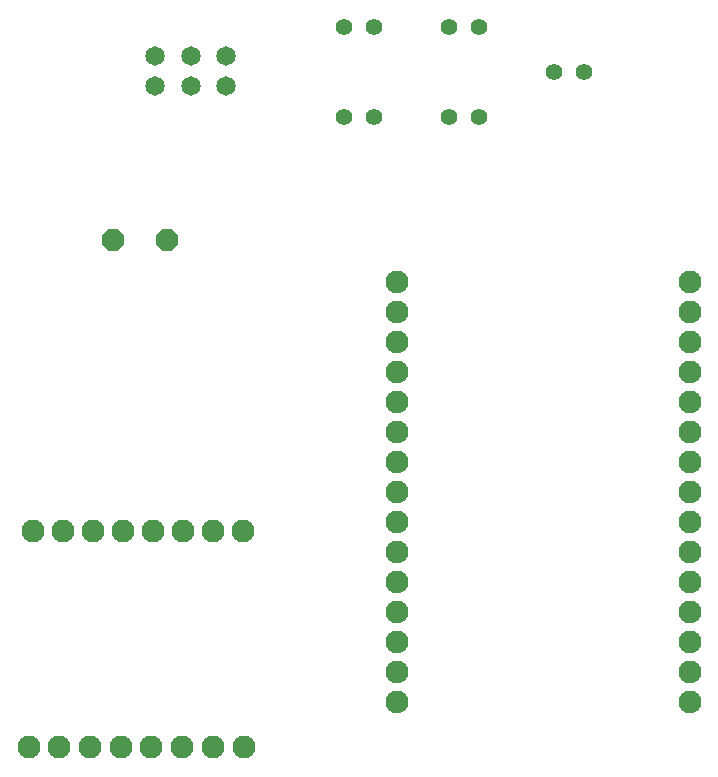
<source format=gbr>
G04 EAGLE Gerber RS-274X export*
G75*
%MOMM*%
%FSLAX34Y34*%
%LPD*%
%INTop Copper*%
%IPPOS*%
%AMOC8*
5,1,8,0,0,1.08239X$1,22.5*%
G01*
%ADD10C,1.950000*%
%ADD11C,1.930400*%
%ADD12C,1.408000*%
%ADD13C,1.650000*%
%ADD14P,2.061953X8X22.500000*%


D10*
X88655Y101355D03*
X114655Y101355D03*
X140655Y101355D03*
X166655Y101355D03*
X192655Y101355D03*
X218655Y101355D03*
X244655Y101355D03*
X270655Y101355D03*
D11*
X648480Y139600D03*
X648480Y165000D03*
X648480Y190400D03*
X648480Y215800D03*
X648480Y241200D03*
X648480Y266600D03*
X648480Y292000D03*
X648480Y317400D03*
X648480Y342800D03*
X648480Y368200D03*
X648480Y393600D03*
X648480Y419000D03*
X648480Y444400D03*
X648480Y469800D03*
X648480Y495200D03*
X400780Y139600D03*
X400780Y165000D03*
X400780Y190400D03*
X400780Y215800D03*
X400780Y241200D03*
X400780Y266600D03*
X400780Y292000D03*
X400780Y317400D03*
X400780Y342800D03*
X400780Y368200D03*
X400780Y393600D03*
X400780Y419000D03*
X400780Y444400D03*
X400780Y469800D03*
X400780Y495200D03*
D10*
X143510Y284480D03*
X118110Y284480D03*
X168910Y284480D03*
X194310Y284480D03*
X219710Y284480D03*
X245110Y284480D03*
X270510Y284480D03*
X92710Y284480D03*
D12*
X469900Y635000D03*
X444500Y635000D03*
X444500Y711200D03*
X469900Y711200D03*
X355600Y711200D03*
X381000Y711200D03*
X558800Y673100D03*
X533400Y673100D03*
X381000Y635000D03*
X355600Y635000D03*
D13*
X255830Y686120D03*
X225830Y686120D03*
X195830Y686120D03*
X255830Y661120D03*
X225830Y661120D03*
X195830Y661120D03*
D14*
X160020Y530860D03*
X205740Y530860D03*
M02*

</source>
